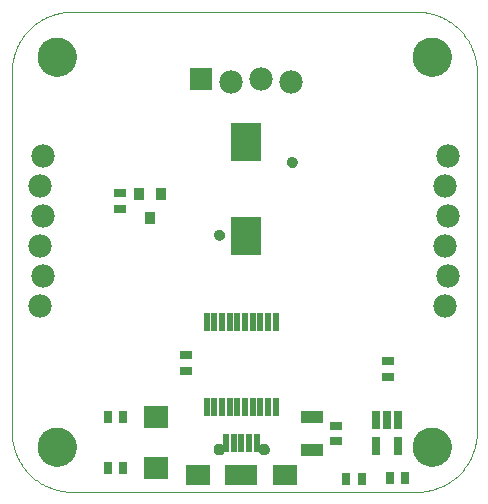
<source format=gbs>
G75*
%MOIN*%
%OFA0B0*%
%FSLAX25Y25*%
%IPPOS*%
%LPD*%
%AMOC8*
5,1,8,0,0,1.08239X$1,22.5*
%
%ADD10C,0.00100*%
%ADD11C,0.00000*%
%ADD12C,0.12998*%
%ADD13R,0.03156X0.05912*%
%ADD14R,0.03943X0.03156*%
%ADD15R,0.03156X0.03943*%
%ADD16R,0.07487X0.04337*%
%ADD17R,0.01975X0.05912*%
%ADD18C,0.03746*%
%ADD19R,0.07874X0.06693*%
%ADD20R,0.10630X0.06693*%
%ADD21R,0.08400X0.07400*%
%ADD22C,0.07800*%
%ADD23R,0.01975X0.06306*%
%ADD24R,0.07800X0.07800*%
%ADD25R,0.03550X0.03943*%
%ADD26R,0.10243X0.12998*%
%ADD27C,0.03550*%
D10*
X0033000Y0015846D02*
X0148000Y0015846D01*
X0148483Y0015852D01*
X0148966Y0015869D01*
X0149449Y0015899D01*
X0149930Y0015939D01*
X0150411Y0015992D01*
X0150890Y0016056D01*
X0151367Y0016131D01*
X0151843Y0016219D01*
X0152316Y0016317D01*
X0152786Y0016427D01*
X0153254Y0016548D01*
X0153719Y0016681D01*
X0154180Y0016825D01*
X0154638Y0016980D01*
X0155092Y0017146D01*
X0155542Y0017323D01*
X0155987Y0017510D01*
X0156428Y0017709D01*
X0156864Y0017917D01*
X0157294Y0018137D01*
X0157720Y0018367D01*
X0158139Y0018607D01*
X0158553Y0018857D01*
X0158960Y0019117D01*
X0159361Y0019386D01*
X0159756Y0019666D01*
X0160143Y0019954D01*
X0160524Y0020253D01*
X0160897Y0020560D01*
X0161262Y0020876D01*
X0161620Y0021201D01*
X0161970Y0021534D01*
X0162312Y0021876D01*
X0162645Y0022226D01*
X0162970Y0022584D01*
X0163286Y0022949D01*
X0163593Y0023322D01*
X0163892Y0023703D01*
X0164180Y0024090D01*
X0164460Y0024485D01*
X0164729Y0024886D01*
X0164989Y0025293D01*
X0165239Y0025707D01*
X0165479Y0026126D01*
X0165709Y0026552D01*
X0165929Y0026982D01*
X0166137Y0027418D01*
X0166336Y0027859D01*
X0166523Y0028304D01*
X0166700Y0028754D01*
X0166866Y0029208D01*
X0167021Y0029666D01*
X0167165Y0030127D01*
X0167298Y0030592D01*
X0167419Y0031060D01*
X0167529Y0031530D01*
X0167627Y0032003D01*
X0167715Y0032479D01*
X0167790Y0032956D01*
X0167854Y0033435D01*
X0167907Y0033916D01*
X0167947Y0034397D01*
X0167977Y0034880D01*
X0167994Y0035363D01*
X0168000Y0035846D01*
X0168000Y0155846D01*
X0167994Y0156329D01*
X0167977Y0156812D01*
X0167947Y0157295D01*
X0167907Y0157776D01*
X0167854Y0158257D01*
X0167790Y0158736D01*
X0167715Y0159213D01*
X0167627Y0159689D01*
X0167529Y0160162D01*
X0167419Y0160632D01*
X0167298Y0161100D01*
X0167165Y0161565D01*
X0167021Y0162026D01*
X0166866Y0162484D01*
X0166700Y0162938D01*
X0166523Y0163388D01*
X0166336Y0163833D01*
X0166137Y0164274D01*
X0165929Y0164710D01*
X0165709Y0165140D01*
X0165479Y0165566D01*
X0165239Y0165985D01*
X0164989Y0166399D01*
X0164729Y0166806D01*
X0164460Y0167207D01*
X0164180Y0167602D01*
X0163892Y0167989D01*
X0163593Y0168370D01*
X0163286Y0168743D01*
X0162970Y0169108D01*
X0162645Y0169466D01*
X0162312Y0169816D01*
X0161970Y0170158D01*
X0161620Y0170491D01*
X0161262Y0170816D01*
X0160897Y0171132D01*
X0160524Y0171439D01*
X0160143Y0171738D01*
X0159756Y0172026D01*
X0159361Y0172306D01*
X0158960Y0172575D01*
X0158553Y0172835D01*
X0158139Y0173085D01*
X0157720Y0173325D01*
X0157294Y0173555D01*
X0156864Y0173775D01*
X0156428Y0173983D01*
X0155987Y0174182D01*
X0155542Y0174369D01*
X0155092Y0174546D01*
X0154638Y0174712D01*
X0154180Y0174867D01*
X0153719Y0175011D01*
X0153254Y0175144D01*
X0152786Y0175265D01*
X0152316Y0175375D01*
X0151843Y0175473D01*
X0151367Y0175561D01*
X0150890Y0175636D01*
X0150411Y0175700D01*
X0149930Y0175753D01*
X0149449Y0175793D01*
X0148966Y0175823D01*
X0148483Y0175840D01*
X0148000Y0175846D01*
X0033000Y0175846D01*
X0032517Y0175840D01*
X0032034Y0175823D01*
X0031551Y0175793D01*
X0031070Y0175753D01*
X0030589Y0175700D01*
X0030110Y0175636D01*
X0029633Y0175561D01*
X0029157Y0175473D01*
X0028684Y0175375D01*
X0028214Y0175265D01*
X0027746Y0175144D01*
X0027281Y0175011D01*
X0026820Y0174867D01*
X0026362Y0174712D01*
X0025908Y0174546D01*
X0025458Y0174369D01*
X0025013Y0174182D01*
X0024572Y0173983D01*
X0024136Y0173775D01*
X0023706Y0173555D01*
X0023280Y0173325D01*
X0022861Y0173085D01*
X0022447Y0172835D01*
X0022040Y0172575D01*
X0021639Y0172306D01*
X0021244Y0172026D01*
X0020857Y0171738D01*
X0020476Y0171439D01*
X0020103Y0171132D01*
X0019738Y0170816D01*
X0019380Y0170491D01*
X0019030Y0170158D01*
X0018688Y0169816D01*
X0018355Y0169466D01*
X0018030Y0169108D01*
X0017714Y0168743D01*
X0017407Y0168370D01*
X0017108Y0167989D01*
X0016820Y0167602D01*
X0016540Y0167207D01*
X0016271Y0166806D01*
X0016011Y0166399D01*
X0015761Y0165985D01*
X0015521Y0165566D01*
X0015291Y0165140D01*
X0015071Y0164710D01*
X0014863Y0164274D01*
X0014664Y0163833D01*
X0014477Y0163388D01*
X0014300Y0162938D01*
X0014134Y0162484D01*
X0013979Y0162026D01*
X0013835Y0161565D01*
X0013702Y0161100D01*
X0013581Y0160632D01*
X0013471Y0160162D01*
X0013373Y0159689D01*
X0013285Y0159213D01*
X0013210Y0158736D01*
X0013146Y0158257D01*
X0013093Y0157776D01*
X0013053Y0157295D01*
X0013023Y0156812D01*
X0013006Y0156329D01*
X0013000Y0155846D01*
X0013000Y0035846D01*
X0013006Y0035363D01*
X0013023Y0034880D01*
X0013053Y0034397D01*
X0013093Y0033916D01*
X0013146Y0033435D01*
X0013210Y0032956D01*
X0013285Y0032479D01*
X0013373Y0032003D01*
X0013471Y0031530D01*
X0013581Y0031060D01*
X0013702Y0030592D01*
X0013835Y0030127D01*
X0013979Y0029666D01*
X0014134Y0029208D01*
X0014300Y0028754D01*
X0014477Y0028304D01*
X0014664Y0027859D01*
X0014863Y0027418D01*
X0015071Y0026982D01*
X0015291Y0026552D01*
X0015521Y0026126D01*
X0015761Y0025707D01*
X0016011Y0025293D01*
X0016271Y0024886D01*
X0016540Y0024485D01*
X0016820Y0024090D01*
X0017108Y0023703D01*
X0017407Y0023322D01*
X0017714Y0022949D01*
X0018030Y0022584D01*
X0018355Y0022226D01*
X0018688Y0021876D01*
X0019030Y0021534D01*
X0019380Y0021201D01*
X0019738Y0020876D01*
X0020103Y0020560D01*
X0020476Y0020253D01*
X0020857Y0019954D01*
X0021244Y0019666D01*
X0021639Y0019386D01*
X0022040Y0019117D01*
X0022447Y0018857D01*
X0022861Y0018607D01*
X0023280Y0018367D01*
X0023706Y0018137D01*
X0024136Y0017917D01*
X0024572Y0017709D01*
X0025013Y0017510D01*
X0025458Y0017323D01*
X0025908Y0017146D01*
X0026362Y0016980D01*
X0026820Y0016825D01*
X0027281Y0016681D01*
X0027746Y0016548D01*
X0028214Y0016427D01*
X0028684Y0016317D01*
X0029157Y0016219D01*
X0029633Y0016131D01*
X0030110Y0016056D01*
X0030589Y0015992D01*
X0031070Y0015939D01*
X0031551Y0015899D01*
X0032034Y0015869D01*
X0032517Y0015852D01*
X0033000Y0015846D01*
D11*
X0021701Y0030846D02*
X0021703Y0031004D01*
X0021709Y0031162D01*
X0021719Y0031320D01*
X0021733Y0031478D01*
X0021751Y0031635D01*
X0021772Y0031792D01*
X0021798Y0031948D01*
X0021828Y0032104D01*
X0021861Y0032259D01*
X0021899Y0032412D01*
X0021940Y0032565D01*
X0021985Y0032717D01*
X0022034Y0032868D01*
X0022087Y0033017D01*
X0022143Y0033165D01*
X0022203Y0033311D01*
X0022267Y0033456D01*
X0022335Y0033599D01*
X0022406Y0033741D01*
X0022480Y0033881D01*
X0022558Y0034018D01*
X0022640Y0034154D01*
X0022724Y0034288D01*
X0022813Y0034419D01*
X0022904Y0034548D01*
X0022999Y0034675D01*
X0023096Y0034800D01*
X0023197Y0034922D01*
X0023301Y0035041D01*
X0023408Y0035158D01*
X0023518Y0035272D01*
X0023631Y0035383D01*
X0023746Y0035492D01*
X0023864Y0035597D01*
X0023985Y0035699D01*
X0024108Y0035799D01*
X0024234Y0035895D01*
X0024362Y0035988D01*
X0024492Y0036078D01*
X0024625Y0036164D01*
X0024760Y0036248D01*
X0024896Y0036327D01*
X0025035Y0036404D01*
X0025176Y0036476D01*
X0025318Y0036546D01*
X0025462Y0036611D01*
X0025608Y0036673D01*
X0025755Y0036731D01*
X0025904Y0036786D01*
X0026054Y0036837D01*
X0026205Y0036884D01*
X0026357Y0036927D01*
X0026510Y0036966D01*
X0026665Y0037002D01*
X0026820Y0037033D01*
X0026976Y0037061D01*
X0027132Y0037085D01*
X0027289Y0037105D01*
X0027447Y0037121D01*
X0027604Y0037133D01*
X0027763Y0037141D01*
X0027921Y0037145D01*
X0028079Y0037145D01*
X0028237Y0037141D01*
X0028396Y0037133D01*
X0028553Y0037121D01*
X0028711Y0037105D01*
X0028868Y0037085D01*
X0029024Y0037061D01*
X0029180Y0037033D01*
X0029335Y0037002D01*
X0029490Y0036966D01*
X0029643Y0036927D01*
X0029795Y0036884D01*
X0029946Y0036837D01*
X0030096Y0036786D01*
X0030245Y0036731D01*
X0030392Y0036673D01*
X0030538Y0036611D01*
X0030682Y0036546D01*
X0030824Y0036476D01*
X0030965Y0036404D01*
X0031104Y0036327D01*
X0031240Y0036248D01*
X0031375Y0036164D01*
X0031508Y0036078D01*
X0031638Y0035988D01*
X0031766Y0035895D01*
X0031892Y0035799D01*
X0032015Y0035699D01*
X0032136Y0035597D01*
X0032254Y0035492D01*
X0032369Y0035383D01*
X0032482Y0035272D01*
X0032592Y0035158D01*
X0032699Y0035041D01*
X0032803Y0034922D01*
X0032904Y0034800D01*
X0033001Y0034675D01*
X0033096Y0034548D01*
X0033187Y0034419D01*
X0033276Y0034288D01*
X0033360Y0034154D01*
X0033442Y0034018D01*
X0033520Y0033881D01*
X0033594Y0033741D01*
X0033665Y0033599D01*
X0033733Y0033456D01*
X0033797Y0033311D01*
X0033857Y0033165D01*
X0033913Y0033017D01*
X0033966Y0032868D01*
X0034015Y0032717D01*
X0034060Y0032565D01*
X0034101Y0032412D01*
X0034139Y0032259D01*
X0034172Y0032104D01*
X0034202Y0031948D01*
X0034228Y0031792D01*
X0034249Y0031635D01*
X0034267Y0031478D01*
X0034281Y0031320D01*
X0034291Y0031162D01*
X0034297Y0031004D01*
X0034299Y0030846D01*
X0034297Y0030688D01*
X0034291Y0030530D01*
X0034281Y0030372D01*
X0034267Y0030214D01*
X0034249Y0030057D01*
X0034228Y0029900D01*
X0034202Y0029744D01*
X0034172Y0029588D01*
X0034139Y0029433D01*
X0034101Y0029280D01*
X0034060Y0029127D01*
X0034015Y0028975D01*
X0033966Y0028824D01*
X0033913Y0028675D01*
X0033857Y0028527D01*
X0033797Y0028381D01*
X0033733Y0028236D01*
X0033665Y0028093D01*
X0033594Y0027951D01*
X0033520Y0027811D01*
X0033442Y0027674D01*
X0033360Y0027538D01*
X0033276Y0027404D01*
X0033187Y0027273D01*
X0033096Y0027144D01*
X0033001Y0027017D01*
X0032904Y0026892D01*
X0032803Y0026770D01*
X0032699Y0026651D01*
X0032592Y0026534D01*
X0032482Y0026420D01*
X0032369Y0026309D01*
X0032254Y0026200D01*
X0032136Y0026095D01*
X0032015Y0025993D01*
X0031892Y0025893D01*
X0031766Y0025797D01*
X0031638Y0025704D01*
X0031508Y0025614D01*
X0031375Y0025528D01*
X0031240Y0025444D01*
X0031104Y0025365D01*
X0030965Y0025288D01*
X0030824Y0025216D01*
X0030682Y0025146D01*
X0030538Y0025081D01*
X0030392Y0025019D01*
X0030245Y0024961D01*
X0030096Y0024906D01*
X0029946Y0024855D01*
X0029795Y0024808D01*
X0029643Y0024765D01*
X0029490Y0024726D01*
X0029335Y0024690D01*
X0029180Y0024659D01*
X0029024Y0024631D01*
X0028868Y0024607D01*
X0028711Y0024587D01*
X0028553Y0024571D01*
X0028396Y0024559D01*
X0028237Y0024551D01*
X0028079Y0024547D01*
X0027921Y0024547D01*
X0027763Y0024551D01*
X0027604Y0024559D01*
X0027447Y0024571D01*
X0027289Y0024587D01*
X0027132Y0024607D01*
X0026976Y0024631D01*
X0026820Y0024659D01*
X0026665Y0024690D01*
X0026510Y0024726D01*
X0026357Y0024765D01*
X0026205Y0024808D01*
X0026054Y0024855D01*
X0025904Y0024906D01*
X0025755Y0024961D01*
X0025608Y0025019D01*
X0025462Y0025081D01*
X0025318Y0025146D01*
X0025176Y0025216D01*
X0025035Y0025288D01*
X0024896Y0025365D01*
X0024760Y0025444D01*
X0024625Y0025528D01*
X0024492Y0025614D01*
X0024362Y0025704D01*
X0024234Y0025797D01*
X0024108Y0025893D01*
X0023985Y0025993D01*
X0023864Y0026095D01*
X0023746Y0026200D01*
X0023631Y0026309D01*
X0023518Y0026420D01*
X0023408Y0026534D01*
X0023301Y0026651D01*
X0023197Y0026770D01*
X0023096Y0026892D01*
X0022999Y0027017D01*
X0022904Y0027144D01*
X0022813Y0027273D01*
X0022724Y0027404D01*
X0022640Y0027538D01*
X0022558Y0027674D01*
X0022480Y0027811D01*
X0022406Y0027951D01*
X0022335Y0028093D01*
X0022267Y0028236D01*
X0022203Y0028381D01*
X0022143Y0028527D01*
X0022087Y0028675D01*
X0022034Y0028824D01*
X0021985Y0028975D01*
X0021940Y0029127D01*
X0021899Y0029280D01*
X0021861Y0029433D01*
X0021828Y0029588D01*
X0021798Y0029744D01*
X0021772Y0029900D01*
X0021751Y0030057D01*
X0021733Y0030214D01*
X0021719Y0030372D01*
X0021709Y0030530D01*
X0021703Y0030688D01*
X0021701Y0030846D01*
X0080347Y0030008D02*
X0080349Y0030089D01*
X0080355Y0030171D01*
X0080365Y0030252D01*
X0080379Y0030332D01*
X0080396Y0030411D01*
X0080418Y0030490D01*
X0080443Y0030567D01*
X0080472Y0030644D01*
X0080505Y0030718D01*
X0080542Y0030791D01*
X0080581Y0030862D01*
X0080625Y0030931D01*
X0080671Y0030998D01*
X0080721Y0031062D01*
X0080774Y0031124D01*
X0080830Y0031184D01*
X0080888Y0031240D01*
X0080950Y0031294D01*
X0081014Y0031345D01*
X0081080Y0031392D01*
X0081148Y0031436D01*
X0081219Y0031477D01*
X0081291Y0031514D01*
X0081366Y0031548D01*
X0081441Y0031578D01*
X0081519Y0031604D01*
X0081597Y0031627D01*
X0081676Y0031645D01*
X0081756Y0031660D01*
X0081837Y0031671D01*
X0081918Y0031678D01*
X0082000Y0031681D01*
X0082081Y0031680D01*
X0082162Y0031675D01*
X0082243Y0031666D01*
X0082324Y0031653D01*
X0082404Y0031636D01*
X0082482Y0031616D01*
X0082560Y0031591D01*
X0082637Y0031563D01*
X0082712Y0031531D01*
X0082785Y0031496D01*
X0082856Y0031457D01*
X0082926Y0031414D01*
X0082993Y0031369D01*
X0083059Y0031320D01*
X0083121Y0031268D01*
X0083181Y0031212D01*
X0083238Y0031154D01*
X0083293Y0031094D01*
X0083344Y0031030D01*
X0083392Y0030965D01*
X0083437Y0030897D01*
X0083479Y0030827D01*
X0083517Y0030755D01*
X0083552Y0030681D01*
X0083583Y0030606D01*
X0083610Y0030529D01*
X0083633Y0030451D01*
X0083653Y0030372D01*
X0083669Y0030292D01*
X0083681Y0030211D01*
X0083689Y0030130D01*
X0083693Y0030049D01*
X0083693Y0029967D01*
X0083689Y0029886D01*
X0083681Y0029805D01*
X0083669Y0029724D01*
X0083653Y0029644D01*
X0083633Y0029565D01*
X0083610Y0029487D01*
X0083583Y0029410D01*
X0083552Y0029335D01*
X0083517Y0029261D01*
X0083479Y0029189D01*
X0083437Y0029119D01*
X0083392Y0029051D01*
X0083344Y0028986D01*
X0083293Y0028922D01*
X0083238Y0028862D01*
X0083181Y0028804D01*
X0083121Y0028748D01*
X0083059Y0028696D01*
X0082993Y0028647D01*
X0082926Y0028602D01*
X0082857Y0028559D01*
X0082785Y0028520D01*
X0082712Y0028485D01*
X0082637Y0028453D01*
X0082560Y0028425D01*
X0082482Y0028400D01*
X0082404Y0028380D01*
X0082324Y0028363D01*
X0082243Y0028350D01*
X0082162Y0028341D01*
X0082081Y0028336D01*
X0082000Y0028335D01*
X0081918Y0028338D01*
X0081837Y0028345D01*
X0081756Y0028356D01*
X0081676Y0028371D01*
X0081597Y0028389D01*
X0081519Y0028412D01*
X0081441Y0028438D01*
X0081366Y0028468D01*
X0081291Y0028502D01*
X0081219Y0028539D01*
X0081148Y0028580D01*
X0081080Y0028624D01*
X0081014Y0028671D01*
X0080950Y0028722D01*
X0080888Y0028776D01*
X0080830Y0028832D01*
X0080774Y0028892D01*
X0080721Y0028954D01*
X0080671Y0029018D01*
X0080625Y0029085D01*
X0080581Y0029154D01*
X0080542Y0029225D01*
X0080505Y0029298D01*
X0080472Y0029372D01*
X0080443Y0029449D01*
X0080418Y0029526D01*
X0080396Y0029605D01*
X0080379Y0029684D01*
X0080365Y0029764D01*
X0080355Y0029845D01*
X0080349Y0029927D01*
X0080347Y0030008D01*
X0095307Y0030008D02*
X0095309Y0030089D01*
X0095315Y0030171D01*
X0095325Y0030252D01*
X0095339Y0030332D01*
X0095356Y0030411D01*
X0095378Y0030490D01*
X0095403Y0030567D01*
X0095432Y0030644D01*
X0095465Y0030718D01*
X0095502Y0030791D01*
X0095541Y0030862D01*
X0095585Y0030931D01*
X0095631Y0030998D01*
X0095681Y0031062D01*
X0095734Y0031124D01*
X0095790Y0031184D01*
X0095848Y0031240D01*
X0095910Y0031294D01*
X0095974Y0031345D01*
X0096040Y0031392D01*
X0096108Y0031436D01*
X0096179Y0031477D01*
X0096251Y0031514D01*
X0096326Y0031548D01*
X0096401Y0031578D01*
X0096479Y0031604D01*
X0096557Y0031627D01*
X0096636Y0031645D01*
X0096716Y0031660D01*
X0096797Y0031671D01*
X0096878Y0031678D01*
X0096960Y0031681D01*
X0097041Y0031680D01*
X0097122Y0031675D01*
X0097203Y0031666D01*
X0097284Y0031653D01*
X0097364Y0031636D01*
X0097442Y0031616D01*
X0097520Y0031591D01*
X0097597Y0031563D01*
X0097672Y0031531D01*
X0097745Y0031496D01*
X0097816Y0031457D01*
X0097886Y0031414D01*
X0097953Y0031369D01*
X0098019Y0031320D01*
X0098081Y0031268D01*
X0098141Y0031212D01*
X0098198Y0031154D01*
X0098253Y0031094D01*
X0098304Y0031030D01*
X0098352Y0030965D01*
X0098397Y0030897D01*
X0098439Y0030827D01*
X0098477Y0030755D01*
X0098512Y0030681D01*
X0098543Y0030606D01*
X0098570Y0030529D01*
X0098593Y0030451D01*
X0098613Y0030372D01*
X0098629Y0030292D01*
X0098641Y0030211D01*
X0098649Y0030130D01*
X0098653Y0030049D01*
X0098653Y0029967D01*
X0098649Y0029886D01*
X0098641Y0029805D01*
X0098629Y0029724D01*
X0098613Y0029644D01*
X0098593Y0029565D01*
X0098570Y0029487D01*
X0098543Y0029410D01*
X0098512Y0029335D01*
X0098477Y0029261D01*
X0098439Y0029189D01*
X0098397Y0029119D01*
X0098352Y0029051D01*
X0098304Y0028986D01*
X0098253Y0028922D01*
X0098198Y0028862D01*
X0098141Y0028804D01*
X0098081Y0028748D01*
X0098019Y0028696D01*
X0097953Y0028647D01*
X0097886Y0028602D01*
X0097817Y0028559D01*
X0097745Y0028520D01*
X0097672Y0028485D01*
X0097597Y0028453D01*
X0097520Y0028425D01*
X0097442Y0028400D01*
X0097364Y0028380D01*
X0097284Y0028363D01*
X0097203Y0028350D01*
X0097122Y0028341D01*
X0097041Y0028336D01*
X0096960Y0028335D01*
X0096878Y0028338D01*
X0096797Y0028345D01*
X0096716Y0028356D01*
X0096636Y0028371D01*
X0096557Y0028389D01*
X0096479Y0028412D01*
X0096401Y0028438D01*
X0096326Y0028468D01*
X0096251Y0028502D01*
X0096179Y0028539D01*
X0096108Y0028580D01*
X0096040Y0028624D01*
X0095974Y0028671D01*
X0095910Y0028722D01*
X0095848Y0028776D01*
X0095790Y0028832D01*
X0095734Y0028892D01*
X0095681Y0028954D01*
X0095631Y0029018D01*
X0095585Y0029085D01*
X0095541Y0029154D01*
X0095502Y0029225D01*
X0095465Y0029298D01*
X0095432Y0029372D01*
X0095403Y0029449D01*
X0095378Y0029526D01*
X0095356Y0029605D01*
X0095339Y0029684D01*
X0095325Y0029764D01*
X0095315Y0029845D01*
X0095309Y0029927D01*
X0095307Y0030008D01*
X0146701Y0030846D02*
X0146703Y0031004D01*
X0146709Y0031162D01*
X0146719Y0031320D01*
X0146733Y0031478D01*
X0146751Y0031635D01*
X0146772Y0031792D01*
X0146798Y0031948D01*
X0146828Y0032104D01*
X0146861Y0032259D01*
X0146899Y0032412D01*
X0146940Y0032565D01*
X0146985Y0032717D01*
X0147034Y0032868D01*
X0147087Y0033017D01*
X0147143Y0033165D01*
X0147203Y0033311D01*
X0147267Y0033456D01*
X0147335Y0033599D01*
X0147406Y0033741D01*
X0147480Y0033881D01*
X0147558Y0034018D01*
X0147640Y0034154D01*
X0147724Y0034288D01*
X0147813Y0034419D01*
X0147904Y0034548D01*
X0147999Y0034675D01*
X0148096Y0034800D01*
X0148197Y0034922D01*
X0148301Y0035041D01*
X0148408Y0035158D01*
X0148518Y0035272D01*
X0148631Y0035383D01*
X0148746Y0035492D01*
X0148864Y0035597D01*
X0148985Y0035699D01*
X0149108Y0035799D01*
X0149234Y0035895D01*
X0149362Y0035988D01*
X0149492Y0036078D01*
X0149625Y0036164D01*
X0149760Y0036248D01*
X0149896Y0036327D01*
X0150035Y0036404D01*
X0150176Y0036476D01*
X0150318Y0036546D01*
X0150462Y0036611D01*
X0150608Y0036673D01*
X0150755Y0036731D01*
X0150904Y0036786D01*
X0151054Y0036837D01*
X0151205Y0036884D01*
X0151357Y0036927D01*
X0151510Y0036966D01*
X0151665Y0037002D01*
X0151820Y0037033D01*
X0151976Y0037061D01*
X0152132Y0037085D01*
X0152289Y0037105D01*
X0152447Y0037121D01*
X0152604Y0037133D01*
X0152763Y0037141D01*
X0152921Y0037145D01*
X0153079Y0037145D01*
X0153237Y0037141D01*
X0153396Y0037133D01*
X0153553Y0037121D01*
X0153711Y0037105D01*
X0153868Y0037085D01*
X0154024Y0037061D01*
X0154180Y0037033D01*
X0154335Y0037002D01*
X0154490Y0036966D01*
X0154643Y0036927D01*
X0154795Y0036884D01*
X0154946Y0036837D01*
X0155096Y0036786D01*
X0155245Y0036731D01*
X0155392Y0036673D01*
X0155538Y0036611D01*
X0155682Y0036546D01*
X0155824Y0036476D01*
X0155965Y0036404D01*
X0156104Y0036327D01*
X0156240Y0036248D01*
X0156375Y0036164D01*
X0156508Y0036078D01*
X0156638Y0035988D01*
X0156766Y0035895D01*
X0156892Y0035799D01*
X0157015Y0035699D01*
X0157136Y0035597D01*
X0157254Y0035492D01*
X0157369Y0035383D01*
X0157482Y0035272D01*
X0157592Y0035158D01*
X0157699Y0035041D01*
X0157803Y0034922D01*
X0157904Y0034800D01*
X0158001Y0034675D01*
X0158096Y0034548D01*
X0158187Y0034419D01*
X0158276Y0034288D01*
X0158360Y0034154D01*
X0158442Y0034018D01*
X0158520Y0033881D01*
X0158594Y0033741D01*
X0158665Y0033599D01*
X0158733Y0033456D01*
X0158797Y0033311D01*
X0158857Y0033165D01*
X0158913Y0033017D01*
X0158966Y0032868D01*
X0159015Y0032717D01*
X0159060Y0032565D01*
X0159101Y0032412D01*
X0159139Y0032259D01*
X0159172Y0032104D01*
X0159202Y0031948D01*
X0159228Y0031792D01*
X0159249Y0031635D01*
X0159267Y0031478D01*
X0159281Y0031320D01*
X0159291Y0031162D01*
X0159297Y0031004D01*
X0159299Y0030846D01*
X0159297Y0030688D01*
X0159291Y0030530D01*
X0159281Y0030372D01*
X0159267Y0030214D01*
X0159249Y0030057D01*
X0159228Y0029900D01*
X0159202Y0029744D01*
X0159172Y0029588D01*
X0159139Y0029433D01*
X0159101Y0029280D01*
X0159060Y0029127D01*
X0159015Y0028975D01*
X0158966Y0028824D01*
X0158913Y0028675D01*
X0158857Y0028527D01*
X0158797Y0028381D01*
X0158733Y0028236D01*
X0158665Y0028093D01*
X0158594Y0027951D01*
X0158520Y0027811D01*
X0158442Y0027674D01*
X0158360Y0027538D01*
X0158276Y0027404D01*
X0158187Y0027273D01*
X0158096Y0027144D01*
X0158001Y0027017D01*
X0157904Y0026892D01*
X0157803Y0026770D01*
X0157699Y0026651D01*
X0157592Y0026534D01*
X0157482Y0026420D01*
X0157369Y0026309D01*
X0157254Y0026200D01*
X0157136Y0026095D01*
X0157015Y0025993D01*
X0156892Y0025893D01*
X0156766Y0025797D01*
X0156638Y0025704D01*
X0156508Y0025614D01*
X0156375Y0025528D01*
X0156240Y0025444D01*
X0156104Y0025365D01*
X0155965Y0025288D01*
X0155824Y0025216D01*
X0155682Y0025146D01*
X0155538Y0025081D01*
X0155392Y0025019D01*
X0155245Y0024961D01*
X0155096Y0024906D01*
X0154946Y0024855D01*
X0154795Y0024808D01*
X0154643Y0024765D01*
X0154490Y0024726D01*
X0154335Y0024690D01*
X0154180Y0024659D01*
X0154024Y0024631D01*
X0153868Y0024607D01*
X0153711Y0024587D01*
X0153553Y0024571D01*
X0153396Y0024559D01*
X0153237Y0024551D01*
X0153079Y0024547D01*
X0152921Y0024547D01*
X0152763Y0024551D01*
X0152604Y0024559D01*
X0152447Y0024571D01*
X0152289Y0024587D01*
X0152132Y0024607D01*
X0151976Y0024631D01*
X0151820Y0024659D01*
X0151665Y0024690D01*
X0151510Y0024726D01*
X0151357Y0024765D01*
X0151205Y0024808D01*
X0151054Y0024855D01*
X0150904Y0024906D01*
X0150755Y0024961D01*
X0150608Y0025019D01*
X0150462Y0025081D01*
X0150318Y0025146D01*
X0150176Y0025216D01*
X0150035Y0025288D01*
X0149896Y0025365D01*
X0149760Y0025444D01*
X0149625Y0025528D01*
X0149492Y0025614D01*
X0149362Y0025704D01*
X0149234Y0025797D01*
X0149108Y0025893D01*
X0148985Y0025993D01*
X0148864Y0026095D01*
X0148746Y0026200D01*
X0148631Y0026309D01*
X0148518Y0026420D01*
X0148408Y0026534D01*
X0148301Y0026651D01*
X0148197Y0026770D01*
X0148096Y0026892D01*
X0147999Y0027017D01*
X0147904Y0027144D01*
X0147813Y0027273D01*
X0147724Y0027404D01*
X0147640Y0027538D01*
X0147558Y0027674D01*
X0147480Y0027811D01*
X0147406Y0027951D01*
X0147335Y0028093D01*
X0147267Y0028236D01*
X0147203Y0028381D01*
X0147143Y0028527D01*
X0147087Y0028675D01*
X0147034Y0028824D01*
X0146985Y0028975D01*
X0146940Y0029127D01*
X0146899Y0029280D01*
X0146861Y0029433D01*
X0146828Y0029588D01*
X0146798Y0029744D01*
X0146772Y0029900D01*
X0146751Y0030057D01*
X0146733Y0030214D01*
X0146719Y0030372D01*
X0146709Y0030530D01*
X0146703Y0030688D01*
X0146701Y0030846D01*
X0080567Y0101492D02*
X0080569Y0101571D01*
X0080575Y0101650D01*
X0080585Y0101729D01*
X0080599Y0101807D01*
X0080616Y0101884D01*
X0080638Y0101960D01*
X0080663Y0102035D01*
X0080693Y0102108D01*
X0080725Y0102180D01*
X0080762Y0102251D01*
X0080802Y0102319D01*
X0080845Y0102385D01*
X0080891Y0102449D01*
X0080941Y0102511D01*
X0080994Y0102570D01*
X0081049Y0102626D01*
X0081108Y0102680D01*
X0081169Y0102730D01*
X0081232Y0102778D01*
X0081298Y0102822D01*
X0081366Y0102863D01*
X0081436Y0102900D01*
X0081507Y0102934D01*
X0081581Y0102964D01*
X0081655Y0102990D01*
X0081731Y0103012D01*
X0081808Y0103031D01*
X0081886Y0103046D01*
X0081964Y0103057D01*
X0082043Y0103064D01*
X0082122Y0103067D01*
X0082201Y0103066D01*
X0082280Y0103061D01*
X0082359Y0103052D01*
X0082437Y0103039D01*
X0082514Y0103022D01*
X0082591Y0103002D01*
X0082666Y0102977D01*
X0082740Y0102949D01*
X0082813Y0102917D01*
X0082883Y0102882D01*
X0082952Y0102843D01*
X0083019Y0102800D01*
X0083084Y0102754D01*
X0083146Y0102706D01*
X0083206Y0102654D01*
X0083263Y0102599D01*
X0083317Y0102541D01*
X0083368Y0102481D01*
X0083416Y0102418D01*
X0083461Y0102353D01*
X0083503Y0102285D01*
X0083541Y0102216D01*
X0083575Y0102145D01*
X0083606Y0102072D01*
X0083634Y0101997D01*
X0083657Y0101922D01*
X0083677Y0101845D01*
X0083693Y0101768D01*
X0083705Y0101689D01*
X0083713Y0101611D01*
X0083717Y0101532D01*
X0083717Y0101452D01*
X0083713Y0101373D01*
X0083705Y0101295D01*
X0083693Y0101216D01*
X0083677Y0101139D01*
X0083657Y0101062D01*
X0083634Y0100987D01*
X0083606Y0100912D01*
X0083575Y0100839D01*
X0083541Y0100768D01*
X0083503Y0100699D01*
X0083461Y0100631D01*
X0083416Y0100566D01*
X0083368Y0100503D01*
X0083317Y0100443D01*
X0083263Y0100385D01*
X0083206Y0100330D01*
X0083146Y0100278D01*
X0083084Y0100230D01*
X0083019Y0100184D01*
X0082952Y0100141D01*
X0082883Y0100102D01*
X0082813Y0100067D01*
X0082740Y0100035D01*
X0082666Y0100007D01*
X0082591Y0099982D01*
X0082514Y0099962D01*
X0082437Y0099945D01*
X0082359Y0099932D01*
X0082280Y0099923D01*
X0082201Y0099918D01*
X0082122Y0099917D01*
X0082043Y0099920D01*
X0081964Y0099927D01*
X0081886Y0099938D01*
X0081808Y0099953D01*
X0081731Y0099972D01*
X0081655Y0099994D01*
X0081581Y0100020D01*
X0081507Y0100050D01*
X0081436Y0100084D01*
X0081366Y0100121D01*
X0081298Y0100162D01*
X0081232Y0100206D01*
X0081169Y0100254D01*
X0081108Y0100304D01*
X0081049Y0100358D01*
X0080994Y0100414D01*
X0080941Y0100473D01*
X0080891Y0100535D01*
X0080845Y0100599D01*
X0080802Y0100665D01*
X0080762Y0100733D01*
X0080725Y0100804D01*
X0080693Y0100876D01*
X0080663Y0100949D01*
X0080638Y0101024D01*
X0080616Y0101100D01*
X0080599Y0101177D01*
X0080585Y0101255D01*
X0080575Y0101334D01*
X0080569Y0101413D01*
X0080567Y0101492D01*
X0104779Y0125705D02*
X0104781Y0125784D01*
X0104787Y0125863D01*
X0104797Y0125942D01*
X0104811Y0126020D01*
X0104828Y0126097D01*
X0104850Y0126173D01*
X0104875Y0126248D01*
X0104905Y0126321D01*
X0104937Y0126393D01*
X0104974Y0126464D01*
X0105014Y0126532D01*
X0105057Y0126598D01*
X0105103Y0126662D01*
X0105153Y0126724D01*
X0105206Y0126783D01*
X0105261Y0126839D01*
X0105320Y0126893D01*
X0105381Y0126943D01*
X0105444Y0126991D01*
X0105510Y0127035D01*
X0105578Y0127076D01*
X0105648Y0127113D01*
X0105719Y0127147D01*
X0105793Y0127177D01*
X0105867Y0127203D01*
X0105943Y0127225D01*
X0106020Y0127244D01*
X0106098Y0127259D01*
X0106176Y0127270D01*
X0106255Y0127277D01*
X0106334Y0127280D01*
X0106413Y0127279D01*
X0106492Y0127274D01*
X0106571Y0127265D01*
X0106649Y0127252D01*
X0106726Y0127235D01*
X0106803Y0127215D01*
X0106878Y0127190D01*
X0106952Y0127162D01*
X0107025Y0127130D01*
X0107095Y0127095D01*
X0107164Y0127056D01*
X0107231Y0127013D01*
X0107296Y0126967D01*
X0107358Y0126919D01*
X0107418Y0126867D01*
X0107475Y0126812D01*
X0107529Y0126754D01*
X0107580Y0126694D01*
X0107628Y0126631D01*
X0107673Y0126566D01*
X0107715Y0126498D01*
X0107753Y0126429D01*
X0107787Y0126358D01*
X0107818Y0126285D01*
X0107846Y0126210D01*
X0107869Y0126135D01*
X0107889Y0126058D01*
X0107905Y0125981D01*
X0107917Y0125902D01*
X0107925Y0125824D01*
X0107929Y0125745D01*
X0107929Y0125665D01*
X0107925Y0125586D01*
X0107917Y0125508D01*
X0107905Y0125429D01*
X0107889Y0125352D01*
X0107869Y0125275D01*
X0107846Y0125200D01*
X0107818Y0125125D01*
X0107787Y0125052D01*
X0107753Y0124981D01*
X0107715Y0124912D01*
X0107673Y0124844D01*
X0107628Y0124779D01*
X0107580Y0124716D01*
X0107529Y0124656D01*
X0107475Y0124598D01*
X0107418Y0124543D01*
X0107358Y0124491D01*
X0107296Y0124443D01*
X0107231Y0124397D01*
X0107164Y0124354D01*
X0107095Y0124315D01*
X0107025Y0124280D01*
X0106952Y0124248D01*
X0106878Y0124220D01*
X0106803Y0124195D01*
X0106726Y0124175D01*
X0106649Y0124158D01*
X0106571Y0124145D01*
X0106492Y0124136D01*
X0106413Y0124131D01*
X0106334Y0124130D01*
X0106255Y0124133D01*
X0106176Y0124140D01*
X0106098Y0124151D01*
X0106020Y0124166D01*
X0105943Y0124185D01*
X0105867Y0124207D01*
X0105793Y0124233D01*
X0105719Y0124263D01*
X0105648Y0124297D01*
X0105578Y0124334D01*
X0105510Y0124375D01*
X0105444Y0124419D01*
X0105381Y0124467D01*
X0105320Y0124517D01*
X0105261Y0124571D01*
X0105206Y0124627D01*
X0105153Y0124686D01*
X0105103Y0124748D01*
X0105057Y0124812D01*
X0105014Y0124878D01*
X0104974Y0124946D01*
X0104937Y0125017D01*
X0104905Y0125089D01*
X0104875Y0125162D01*
X0104850Y0125237D01*
X0104828Y0125313D01*
X0104811Y0125390D01*
X0104797Y0125468D01*
X0104787Y0125547D01*
X0104781Y0125626D01*
X0104779Y0125705D01*
X0146701Y0160846D02*
X0146703Y0161004D01*
X0146709Y0161162D01*
X0146719Y0161320D01*
X0146733Y0161478D01*
X0146751Y0161635D01*
X0146772Y0161792D01*
X0146798Y0161948D01*
X0146828Y0162104D01*
X0146861Y0162259D01*
X0146899Y0162412D01*
X0146940Y0162565D01*
X0146985Y0162717D01*
X0147034Y0162868D01*
X0147087Y0163017D01*
X0147143Y0163165D01*
X0147203Y0163311D01*
X0147267Y0163456D01*
X0147335Y0163599D01*
X0147406Y0163741D01*
X0147480Y0163881D01*
X0147558Y0164018D01*
X0147640Y0164154D01*
X0147724Y0164288D01*
X0147813Y0164419D01*
X0147904Y0164548D01*
X0147999Y0164675D01*
X0148096Y0164800D01*
X0148197Y0164922D01*
X0148301Y0165041D01*
X0148408Y0165158D01*
X0148518Y0165272D01*
X0148631Y0165383D01*
X0148746Y0165492D01*
X0148864Y0165597D01*
X0148985Y0165699D01*
X0149108Y0165799D01*
X0149234Y0165895D01*
X0149362Y0165988D01*
X0149492Y0166078D01*
X0149625Y0166164D01*
X0149760Y0166248D01*
X0149896Y0166327D01*
X0150035Y0166404D01*
X0150176Y0166476D01*
X0150318Y0166546D01*
X0150462Y0166611D01*
X0150608Y0166673D01*
X0150755Y0166731D01*
X0150904Y0166786D01*
X0151054Y0166837D01*
X0151205Y0166884D01*
X0151357Y0166927D01*
X0151510Y0166966D01*
X0151665Y0167002D01*
X0151820Y0167033D01*
X0151976Y0167061D01*
X0152132Y0167085D01*
X0152289Y0167105D01*
X0152447Y0167121D01*
X0152604Y0167133D01*
X0152763Y0167141D01*
X0152921Y0167145D01*
X0153079Y0167145D01*
X0153237Y0167141D01*
X0153396Y0167133D01*
X0153553Y0167121D01*
X0153711Y0167105D01*
X0153868Y0167085D01*
X0154024Y0167061D01*
X0154180Y0167033D01*
X0154335Y0167002D01*
X0154490Y0166966D01*
X0154643Y0166927D01*
X0154795Y0166884D01*
X0154946Y0166837D01*
X0155096Y0166786D01*
X0155245Y0166731D01*
X0155392Y0166673D01*
X0155538Y0166611D01*
X0155682Y0166546D01*
X0155824Y0166476D01*
X0155965Y0166404D01*
X0156104Y0166327D01*
X0156240Y0166248D01*
X0156375Y0166164D01*
X0156508Y0166078D01*
X0156638Y0165988D01*
X0156766Y0165895D01*
X0156892Y0165799D01*
X0157015Y0165699D01*
X0157136Y0165597D01*
X0157254Y0165492D01*
X0157369Y0165383D01*
X0157482Y0165272D01*
X0157592Y0165158D01*
X0157699Y0165041D01*
X0157803Y0164922D01*
X0157904Y0164800D01*
X0158001Y0164675D01*
X0158096Y0164548D01*
X0158187Y0164419D01*
X0158276Y0164288D01*
X0158360Y0164154D01*
X0158442Y0164018D01*
X0158520Y0163881D01*
X0158594Y0163741D01*
X0158665Y0163599D01*
X0158733Y0163456D01*
X0158797Y0163311D01*
X0158857Y0163165D01*
X0158913Y0163017D01*
X0158966Y0162868D01*
X0159015Y0162717D01*
X0159060Y0162565D01*
X0159101Y0162412D01*
X0159139Y0162259D01*
X0159172Y0162104D01*
X0159202Y0161948D01*
X0159228Y0161792D01*
X0159249Y0161635D01*
X0159267Y0161478D01*
X0159281Y0161320D01*
X0159291Y0161162D01*
X0159297Y0161004D01*
X0159299Y0160846D01*
X0159297Y0160688D01*
X0159291Y0160530D01*
X0159281Y0160372D01*
X0159267Y0160214D01*
X0159249Y0160057D01*
X0159228Y0159900D01*
X0159202Y0159744D01*
X0159172Y0159588D01*
X0159139Y0159433D01*
X0159101Y0159280D01*
X0159060Y0159127D01*
X0159015Y0158975D01*
X0158966Y0158824D01*
X0158913Y0158675D01*
X0158857Y0158527D01*
X0158797Y0158381D01*
X0158733Y0158236D01*
X0158665Y0158093D01*
X0158594Y0157951D01*
X0158520Y0157811D01*
X0158442Y0157674D01*
X0158360Y0157538D01*
X0158276Y0157404D01*
X0158187Y0157273D01*
X0158096Y0157144D01*
X0158001Y0157017D01*
X0157904Y0156892D01*
X0157803Y0156770D01*
X0157699Y0156651D01*
X0157592Y0156534D01*
X0157482Y0156420D01*
X0157369Y0156309D01*
X0157254Y0156200D01*
X0157136Y0156095D01*
X0157015Y0155993D01*
X0156892Y0155893D01*
X0156766Y0155797D01*
X0156638Y0155704D01*
X0156508Y0155614D01*
X0156375Y0155528D01*
X0156240Y0155444D01*
X0156104Y0155365D01*
X0155965Y0155288D01*
X0155824Y0155216D01*
X0155682Y0155146D01*
X0155538Y0155081D01*
X0155392Y0155019D01*
X0155245Y0154961D01*
X0155096Y0154906D01*
X0154946Y0154855D01*
X0154795Y0154808D01*
X0154643Y0154765D01*
X0154490Y0154726D01*
X0154335Y0154690D01*
X0154180Y0154659D01*
X0154024Y0154631D01*
X0153868Y0154607D01*
X0153711Y0154587D01*
X0153553Y0154571D01*
X0153396Y0154559D01*
X0153237Y0154551D01*
X0153079Y0154547D01*
X0152921Y0154547D01*
X0152763Y0154551D01*
X0152604Y0154559D01*
X0152447Y0154571D01*
X0152289Y0154587D01*
X0152132Y0154607D01*
X0151976Y0154631D01*
X0151820Y0154659D01*
X0151665Y0154690D01*
X0151510Y0154726D01*
X0151357Y0154765D01*
X0151205Y0154808D01*
X0151054Y0154855D01*
X0150904Y0154906D01*
X0150755Y0154961D01*
X0150608Y0155019D01*
X0150462Y0155081D01*
X0150318Y0155146D01*
X0150176Y0155216D01*
X0150035Y0155288D01*
X0149896Y0155365D01*
X0149760Y0155444D01*
X0149625Y0155528D01*
X0149492Y0155614D01*
X0149362Y0155704D01*
X0149234Y0155797D01*
X0149108Y0155893D01*
X0148985Y0155993D01*
X0148864Y0156095D01*
X0148746Y0156200D01*
X0148631Y0156309D01*
X0148518Y0156420D01*
X0148408Y0156534D01*
X0148301Y0156651D01*
X0148197Y0156770D01*
X0148096Y0156892D01*
X0147999Y0157017D01*
X0147904Y0157144D01*
X0147813Y0157273D01*
X0147724Y0157404D01*
X0147640Y0157538D01*
X0147558Y0157674D01*
X0147480Y0157811D01*
X0147406Y0157951D01*
X0147335Y0158093D01*
X0147267Y0158236D01*
X0147203Y0158381D01*
X0147143Y0158527D01*
X0147087Y0158675D01*
X0147034Y0158824D01*
X0146985Y0158975D01*
X0146940Y0159127D01*
X0146899Y0159280D01*
X0146861Y0159433D01*
X0146828Y0159588D01*
X0146798Y0159744D01*
X0146772Y0159900D01*
X0146751Y0160057D01*
X0146733Y0160214D01*
X0146719Y0160372D01*
X0146709Y0160530D01*
X0146703Y0160688D01*
X0146701Y0160846D01*
X0021701Y0160846D02*
X0021703Y0161004D01*
X0021709Y0161162D01*
X0021719Y0161320D01*
X0021733Y0161478D01*
X0021751Y0161635D01*
X0021772Y0161792D01*
X0021798Y0161948D01*
X0021828Y0162104D01*
X0021861Y0162259D01*
X0021899Y0162412D01*
X0021940Y0162565D01*
X0021985Y0162717D01*
X0022034Y0162868D01*
X0022087Y0163017D01*
X0022143Y0163165D01*
X0022203Y0163311D01*
X0022267Y0163456D01*
X0022335Y0163599D01*
X0022406Y0163741D01*
X0022480Y0163881D01*
X0022558Y0164018D01*
X0022640Y0164154D01*
X0022724Y0164288D01*
X0022813Y0164419D01*
X0022904Y0164548D01*
X0022999Y0164675D01*
X0023096Y0164800D01*
X0023197Y0164922D01*
X0023301Y0165041D01*
X0023408Y0165158D01*
X0023518Y0165272D01*
X0023631Y0165383D01*
X0023746Y0165492D01*
X0023864Y0165597D01*
X0023985Y0165699D01*
X0024108Y0165799D01*
X0024234Y0165895D01*
X0024362Y0165988D01*
X0024492Y0166078D01*
X0024625Y0166164D01*
X0024760Y0166248D01*
X0024896Y0166327D01*
X0025035Y0166404D01*
X0025176Y0166476D01*
X0025318Y0166546D01*
X0025462Y0166611D01*
X0025608Y0166673D01*
X0025755Y0166731D01*
X0025904Y0166786D01*
X0026054Y0166837D01*
X0026205Y0166884D01*
X0026357Y0166927D01*
X0026510Y0166966D01*
X0026665Y0167002D01*
X0026820Y0167033D01*
X0026976Y0167061D01*
X0027132Y0167085D01*
X0027289Y0167105D01*
X0027447Y0167121D01*
X0027604Y0167133D01*
X0027763Y0167141D01*
X0027921Y0167145D01*
X0028079Y0167145D01*
X0028237Y0167141D01*
X0028396Y0167133D01*
X0028553Y0167121D01*
X0028711Y0167105D01*
X0028868Y0167085D01*
X0029024Y0167061D01*
X0029180Y0167033D01*
X0029335Y0167002D01*
X0029490Y0166966D01*
X0029643Y0166927D01*
X0029795Y0166884D01*
X0029946Y0166837D01*
X0030096Y0166786D01*
X0030245Y0166731D01*
X0030392Y0166673D01*
X0030538Y0166611D01*
X0030682Y0166546D01*
X0030824Y0166476D01*
X0030965Y0166404D01*
X0031104Y0166327D01*
X0031240Y0166248D01*
X0031375Y0166164D01*
X0031508Y0166078D01*
X0031638Y0165988D01*
X0031766Y0165895D01*
X0031892Y0165799D01*
X0032015Y0165699D01*
X0032136Y0165597D01*
X0032254Y0165492D01*
X0032369Y0165383D01*
X0032482Y0165272D01*
X0032592Y0165158D01*
X0032699Y0165041D01*
X0032803Y0164922D01*
X0032904Y0164800D01*
X0033001Y0164675D01*
X0033096Y0164548D01*
X0033187Y0164419D01*
X0033276Y0164288D01*
X0033360Y0164154D01*
X0033442Y0164018D01*
X0033520Y0163881D01*
X0033594Y0163741D01*
X0033665Y0163599D01*
X0033733Y0163456D01*
X0033797Y0163311D01*
X0033857Y0163165D01*
X0033913Y0163017D01*
X0033966Y0162868D01*
X0034015Y0162717D01*
X0034060Y0162565D01*
X0034101Y0162412D01*
X0034139Y0162259D01*
X0034172Y0162104D01*
X0034202Y0161948D01*
X0034228Y0161792D01*
X0034249Y0161635D01*
X0034267Y0161478D01*
X0034281Y0161320D01*
X0034291Y0161162D01*
X0034297Y0161004D01*
X0034299Y0160846D01*
X0034297Y0160688D01*
X0034291Y0160530D01*
X0034281Y0160372D01*
X0034267Y0160214D01*
X0034249Y0160057D01*
X0034228Y0159900D01*
X0034202Y0159744D01*
X0034172Y0159588D01*
X0034139Y0159433D01*
X0034101Y0159280D01*
X0034060Y0159127D01*
X0034015Y0158975D01*
X0033966Y0158824D01*
X0033913Y0158675D01*
X0033857Y0158527D01*
X0033797Y0158381D01*
X0033733Y0158236D01*
X0033665Y0158093D01*
X0033594Y0157951D01*
X0033520Y0157811D01*
X0033442Y0157674D01*
X0033360Y0157538D01*
X0033276Y0157404D01*
X0033187Y0157273D01*
X0033096Y0157144D01*
X0033001Y0157017D01*
X0032904Y0156892D01*
X0032803Y0156770D01*
X0032699Y0156651D01*
X0032592Y0156534D01*
X0032482Y0156420D01*
X0032369Y0156309D01*
X0032254Y0156200D01*
X0032136Y0156095D01*
X0032015Y0155993D01*
X0031892Y0155893D01*
X0031766Y0155797D01*
X0031638Y0155704D01*
X0031508Y0155614D01*
X0031375Y0155528D01*
X0031240Y0155444D01*
X0031104Y0155365D01*
X0030965Y0155288D01*
X0030824Y0155216D01*
X0030682Y0155146D01*
X0030538Y0155081D01*
X0030392Y0155019D01*
X0030245Y0154961D01*
X0030096Y0154906D01*
X0029946Y0154855D01*
X0029795Y0154808D01*
X0029643Y0154765D01*
X0029490Y0154726D01*
X0029335Y0154690D01*
X0029180Y0154659D01*
X0029024Y0154631D01*
X0028868Y0154607D01*
X0028711Y0154587D01*
X0028553Y0154571D01*
X0028396Y0154559D01*
X0028237Y0154551D01*
X0028079Y0154547D01*
X0027921Y0154547D01*
X0027763Y0154551D01*
X0027604Y0154559D01*
X0027447Y0154571D01*
X0027289Y0154587D01*
X0027132Y0154607D01*
X0026976Y0154631D01*
X0026820Y0154659D01*
X0026665Y0154690D01*
X0026510Y0154726D01*
X0026357Y0154765D01*
X0026205Y0154808D01*
X0026054Y0154855D01*
X0025904Y0154906D01*
X0025755Y0154961D01*
X0025608Y0155019D01*
X0025462Y0155081D01*
X0025318Y0155146D01*
X0025176Y0155216D01*
X0025035Y0155288D01*
X0024896Y0155365D01*
X0024760Y0155444D01*
X0024625Y0155528D01*
X0024492Y0155614D01*
X0024362Y0155704D01*
X0024234Y0155797D01*
X0024108Y0155893D01*
X0023985Y0155993D01*
X0023864Y0156095D01*
X0023746Y0156200D01*
X0023631Y0156309D01*
X0023518Y0156420D01*
X0023408Y0156534D01*
X0023301Y0156651D01*
X0023197Y0156770D01*
X0023096Y0156892D01*
X0022999Y0157017D01*
X0022904Y0157144D01*
X0022813Y0157273D01*
X0022724Y0157404D01*
X0022640Y0157538D01*
X0022558Y0157674D01*
X0022480Y0157811D01*
X0022406Y0157951D01*
X0022335Y0158093D01*
X0022267Y0158236D01*
X0022203Y0158381D01*
X0022143Y0158527D01*
X0022087Y0158675D01*
X0022034Y0158824D01*
X0021985Y0158975D01*
X0021940Y0159127D01*
X0021899Y0159280D01*
X0021861Y0159433D01*
X0021828Y0159588D01*
X0021798Y0159744D01*
X0021772Y0159900D01*
X0021751Y0160057D01*
X0021733Y0160214D01*
X0021719Y0160372D01*
X0021709Y0160530D01*
X0021703Y0160688D01*
X0021701Y0160846D01*
D12*
X0028000Y0030846D03*
X0153000Y0030846D03*
X0153000Y0160846D03*
X0028000Y0160846D03*
D13*
X0134260Y0039677D03*
X0138000Y0039677D03*
X0141740Y0039677D03*
X0141740Y0031016D03*
X0134260Y0031016D03*
D14*
X0121000Y0032787D03*
X0121000Y0037906D03*
X0138500Y0054287D03*
X0138500Y0059406D03*
X0071000Y0061406D03*
X0071000Y0056287D03*
X0049200Y0110187D03*
X0049200Y0115306D03*
D15*
X0050059Y0040846D03*
X0044941Y0040846D03*
X0044941Y0023846D03*
X0050059Y0023846D03*
X0124541Y0020246D03*
X0129659Y0020246D03*
X0138941Y0020346D03*
X0144059Y0020346D03*
D16*
X0113100Y0029835D03*
X0113100Y0040858D03*
D17*
X0094618Y0031976D03*
X0092059Y0031976D03*
X0089500Y0031976D03*
X0086941Y0031976D03*
X0084382Y0031976D03*
D18*
X0082020Y0030008D03*
X0096980Y0030008D03*
D19*
X0104004Y0021346D03*
X0074996Y0021346D03*
D20*
X0089500Y0021346D03*
D21*
X0061000Y0023846D03*
X0061000Y0040846D03*
D22*
X0022500Y0077846D03*
X0023500Y0087846D03*
X0022500Y0097846D03*
X0023500Y0107846D03*
X0022500Y0117846D03*
X0023500Y0127846D03*
X0086000Y0152346D03*
X0096000Y0153346D03*
X0106000Y0152346D03*
X0158500Y0127846D03*
X0157500Y0117846D03*
X0158500Y0107846D03*
X0157500Y0097846D03*
X0158500Y0087846D03*
X0157500Y0077846D03*
D23*
X0101016Y0072618D03*
X0098457Y0072618D03*
X0095898Y0072618D03*
X0093339Y0072618D03*
X0090780Y0072618D03*
X0088220Y0072618D03*
X0085661Y0072618D03*
X0083102Y0072618D03*
X0080543Y0072618D03*
X0077984Y0072618D03*
X0077984Y0044075D03*
X0080543Y0044075D03*
X0083102Y0044075D03*
X0085661Y0044075D03*
X0088220Y0044075D03*
X0090780Y0044075D03*
X0093339Y0044075D03*
X0095898Y0044075D03*
X0098457Y0044075D03*
X0101016Y0044075D03*
D24*
X0076000Y0153346D03*
D25*
X0062740Y0115283D03*
X0055260Y0115283D03*
X0059000Y0107016D03*
D26*
X0091000Y0101098D03*
X0091000Y0132594D03*
D27*
X0106354Y0125705D03*
X0082142Y0101492D03*
M02*

</source>
